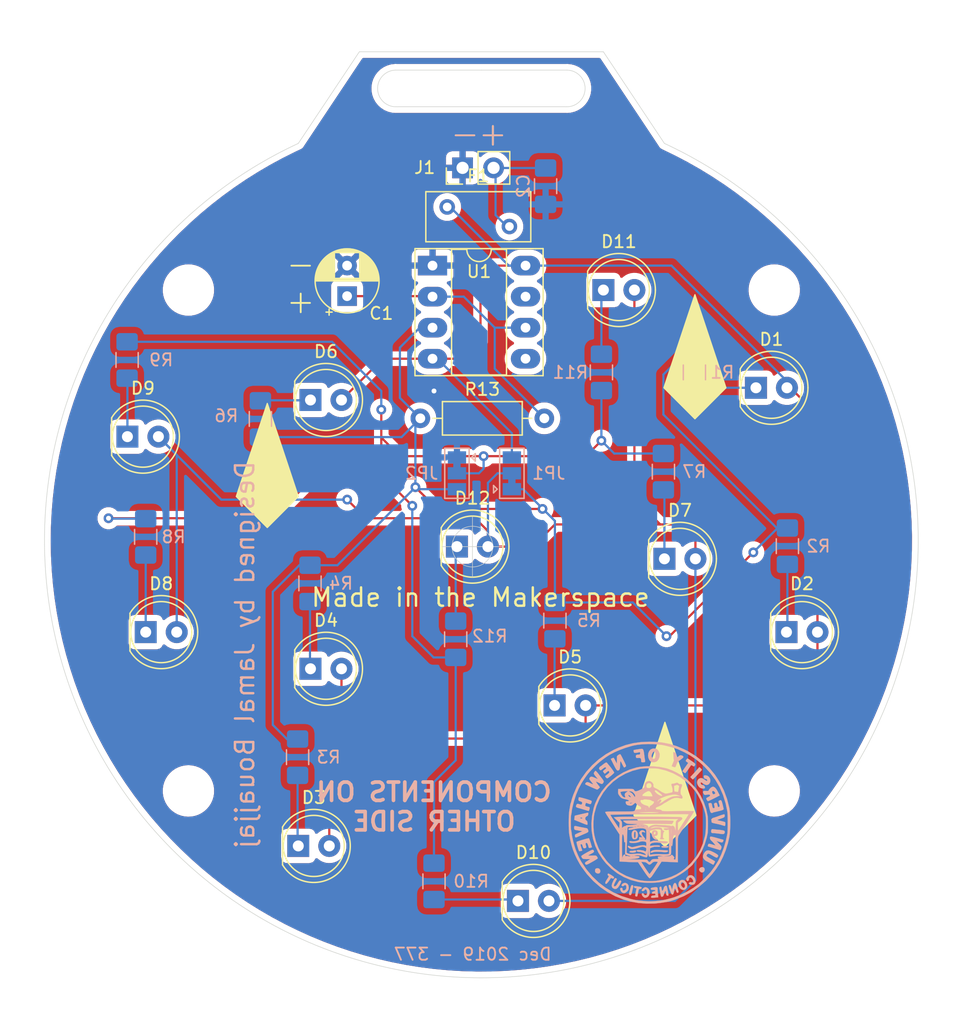
<source format=kicad_pcb>
(kicad_pcb (version 20190905) (host pcbnew "(5.99.0-126-g64b5e8bee)")
  (layers (0 "F.Cu" signal) (31 "B.Cu" signal) (34 "B.Paste" user hide) (35 "F.Paste" user hide) (36 "B.SilkS" user) (37 "F.SilkS" user) (38 "B.Mask" user) (39 "F.Mask" user) (44 "Edge.Cuts" user))
  (net 0 "")
  (net 1 "GND")
  (net 2 "Net-(C1-Pad1)")
  (net 3 "VCC")
  (net 4 "Net-(D1-Pad1)")
  (net 5 "Net-(D2-Pad1)")
  (net 6 "Net-(D3-Pad1)")
  (net 7 "Net-(D4-Pad1)")
  (net 8 "Net-(D5-Pad1)")
  (net 9 "Net-(D6-Pad1)")
  (net 10 "Net-(D7-Pad1)")
  (net 11 "Net-(D8-Pad1)")
  (net 12 "Net-(JP1-Pad1)")
  (net 13 "Net-(JP2-Pad2)")
  (net 14 "Net-(D10-Pad2)")
  (net 15 "Net-(D9-Pad1)")
  (net 16 "Net-(D10-Pad1)")
  (net 17 "Net-(D11-Pad1)")
  (net 18 "Net-(D12-Pad1)")
  (net 19 "Net-(C2-Pad1)")
  (module "Fuse:Fuse_BelFuse_0ZRE0005FF_L8.3mm_W3.8mm" (layer "F.Cu") (at 72.2 65.2)
    (fp_text reference "F1" (at 2.54 -2.54) (layer "F.SilkS"))
    (fp_text value "Polyfuse")
    (pad "1" thru_hole circle (at 0 0) (size 1.27 1.27) (drill 0.71) (layers *.Cu *.Mask) (net 3 "VCC"))
    (pad "2" thru_hole circle (at 5.1 1.6) (size 1.27 1.27) (drill 0.71) (layers *.Cu *.Mask) (net 19 "Net-(C2-Pad1)"))
  )
  (module "Capacitor_SMD:C_1206_3216Metric_Pad1.42x1.75mm_HandSolder" (layer "B.Cu") (at 80.264 63.5 270)
    (fp_text reference "C2" (at 0 1.82 90) (layer "B.SilkS") (effects (justify mirror)))
    (fp_text value "1uF")
    (pad "2" smd roundrect (at 1.4875 0 270) (size 1.425 1.75) (layers "B.Cu" "B.Paste" "B.Mask") (roundrect_rratio 0.175439) (net 1 "GND"))
    (pad "1" smd roundrect (at -1.4875 0 270) (size 1.425 1.75) (layers "B.Cu" "B.Paste" "B.Mask") (roundrect_rratio 0.175439) (net 19 "Net-(C2-Pad1)"))
  )
  (module "Logo:UNH 13.4x13.4" (layer "B.Cu") (at 88.773 115.57 180)
    (fp_text reference "G***" hide)
    (fp_text value "LOGO" hide)
  )
  (module "Resistor_SMD:R_1206_3216Metric_Pad1.42x1.75mm_HandSolder" (layer "B.Cu") (at 72.898 100.584 270)
    (fp_text reference "R12" (at -0.254 -2.794 180) (layer "B.SilkS") (effects (justify mirror)))
    (fp_text value "68")
    (pad "2" smd roundrect (at 1.4875 0 270) (size 1.425 1.75) (layers "B.Cu" "B.Paste" "B.Mask") (roundrect_rratio 0.175439) (net 13 "Net-(JP2-Pad2)"))
    (pad "1" smd roundrect (at -1.4875 0 270) (size 1.425 1.75) (layers "B.Cu" "B.Paste" "B.Mask") (roundrect_rratio 0.175439) (net 18 "Net-(D12-Pad1)"))
  )
  (module "Resistor_SMD:R_1206_3216Metric_Pad1.42x1.75mm_HandSolder" (layer "B.Cu") (at 84.836 78.74 270)
    (fp_text reference "R11" (at 0 2.54 180) (layer "B.SilkS") (effects (justify mirror)))
    (fp_text value "68")
    (pad "2" smd roundrect (at 1.4875 0 270) (size 1.425 1.75) (layers "B.Cu" "B.Paste" "B.Mask") (roundrect_rratio 0.175439) (net 13 "Net-(JP2-Pad2)"))
    (pad "1" smd roundrect (at -1.4875 0 270) (size 1.425 1.75) (layers "B.Cu" "B.Paste" "B.Mask") (roundrect_rratio 0.175439) (net 17 "Net-(D11-Pad1)"))
  )
  (module "Resistor_SMD:R_1206_3216Metric_Pad1.42x1.75mm_HandSolder" (layer "B.Cu") (at 71.12 120.396 90)
    (fp_text reference "R10" (at 0 3.048 180) (layer "B.SilkS") (effects (justify mirror)))
    (fp_text value "68")
    (pad "2" smd roundrect (at 1.4875 0 90) (size 1.425 1.75) (layers "B.Cu" "B.Paste" "B.Mask") (roundrect_rratio 0.175439) (net 13 "Net-(JP2-Pad2)"))
    (pad "1" smd roundrect (at -1.4875 0 90) (size 1.425 1.75) (layers "B.Cu" "B.Paste" "B.Mask") (roundrect_rratio 0.175439) (net 16 "Net-(D10-Pad1)"))
  )
  (module "Resistor_SMD:R_1206_3216Metric_Pad1.42x1.75mm_HandSolder" (layer "B.Cu") (at 45.974 77.724 90)
    (fp_text reference "R9" (at 0 2.794 180) (layer "B.SilkS") (effects (justify mirror)))
    (fp_text value "68")
    (pad "2" smd roundrect (at 1.4875 0 90) (size 1.425 1.75) (layers "B.Cu" "B.Paste" "B.Mask") (roundrect_rratio 0.175439) (net 13 "Net-(JP2-Pad2)"))
    (pad "1" smd roundrect (at -1.4875 0 90) (size 1.425 1.75) (layers "B.Cu" "B.Paste" "B.Mask") (roundrect_rratio 0.175439) (net 15 "Net-(D9-Pad1)"))
  )
  (module "Resistor_SMD:R_1206_3216Metric_Pad1.42x1.75mm_HandSolder" (layer "B.Cu") (at 47.498 92.202 90)
    (fp_text reference "R8" (at 0 2.286 180) (layer "B.SilkS") (effects (justify mirror)))
    (fp_text value "68")
    (pad "2" smd roundrect (at 1.4875 0 90) (size 1.425 1.75) (layers "B.Cu" "B.Paste" "B.Mask") (roundrect_rratio 0.175439) (net 13 "Net-(JP2-Pad2)"))
    (pad "1" smd roundrect (at -1.4875 0 90) (size 1.425 1.75) (layers "B.Cu" "B.Paste" "B.Mask") (roundrect_rratio 0.175439) (net 11 "Net-(D8-Pad1)"))
  )
  (module "Resistor_SMD:R_1206_3216Metric_Pad1.42x1.75mm_HandSolder" (layer "B.Cu") (at 89.916 86.868 90)
    (fp_text reference "R7" (at 0 2.54 180) (layer "B.SilkS") (effects (justify mirror)))
    (fp_text value "68")
    (pad "2" smd roundrect (at 1.4875 0 90) (size 1.425 1.75) (layers "B.Cu" "B.Paste" "B.Mask") (roundrect_rratio 0.175439) (net 13 "Net-(JP2-Pad2)"))
    (pad "1" smd roundrect (at -1.4875 0 90) (size 1.425 1.75) (layers "B.Cu" "B.Paste" "B.Mask") (roundrect_rratio 0.175439) (net 10 "Net-(D7-Pad1)"))
  )
  (module "Resistor_SMD:R_1206_3216Metric_Pad1.42x1.75mm_HandSolder" (layer "B.Cu") (at 56.896 82.55 270)
    (fp_text reference "R6" (at -0.254 2.794 180) (layer "B.SilkS") (effects (justify mirror)))
    (fp_text value "68")
    (pad "2" smd roundrect (at 1.4875 0 270) (size 1.425 1.75) (layers "B.Cu" "B.Paste" "B.Mask") (roundrect_rratio 0.175439) (net 12 "Net-(JP1-Pad1)"))
    (pad "1" smd roundrect (at -1.4875 0 270) (size 1.425 1.75) (layers "B.Cu" "B.Paste" "B.Mask") (roundrect_rratio 0.175439) (net 9 "Net-(D6-Pad1)"))
  )
  (module "Resistor_SMD:R_1206_3216Metric_Pad1.42x1.75mm_HandSolder" (layer "B.Cu") (at 81.026 99.06 90)
    (fp_text reference "R5" (at 0 2.794 180) (layer "B.SilkS") (effects (justify mirror)))
    (fp_text value "68")
    (pad "2" smd roundrect (at 1.4875 0 90) (size 1.425 1.75) (layers "B.Cu" "B.Paste" "B.Mask") (roundrect_rratio 0.175439) (net 12 "Net-(JP1-Pad1)"))
    (pad "1" smd roundrect (at -1.4875 0 90) (size 1.425 1.75) (layers "B.Cu" "B.Paste" "B.Mask") (roundrect_rratio 0.175439) (net 8 "Net-(D5-Pad1)"))
  )
  (module "Resistor_SMD:R_1206_3216Metric_Pad1.42x1.75mm_HandSolder" (layer "B.Cu") (at 60.96 96.012 90)
    (fp_text reference "R4" (at 0 2.54 180) (layer "B.SilkS") (effects (justify mirror)))
    (fp_text value "68")
    (pad "2" smd roundrect (at 1.4875 0 90) (size 1.425 1.75) (layers "B.Cu" "B.Paste" "B.Mask") (roundrect_rratio 0.175439) (net 12 "Net-(JP1-Pad1)"))
    (pad "1" smd roundrect (at -1.4875 0 90) (size 1.425 1.75) (layers "B.Cu" "B.Paste" "B.Mask") (roundrect_rratio 0.175439) (net 7 "Net-(D4-Pad1)"))
  )
  (module "Resistor_SMD:R_1206_3216Metric_Pad1.42x1.75mm_HandSolder" (layer "B.Cu") (at 59.944 110.236 90)
    (fp_text reference "R3" (at 0 2.54 180) (layer "B.SilkS") (effects (justify mirror)))
    (fp_text value "68")
    (pad "2" smd roundrect (at 1.4875 0 90) (size 1.425 1.75) (layers "B.Cu" "B.Paste" "B.Mask") (roundrect_rratio 0.175439) (net 12 "Net-(JP1-Pad1)"))
    (pad "1" smd roundrect (at -1.4875 0 90) (size 1.425 1.75) (layers "B.Cu" "B.Paste" "B.Mask") (roundrect_rratio 0.175439) (net 6 "Net-(D3-Pad1)"))
  )
  (module "Resistor_SMD:R_1206_3216Metric_Pad1.42x1.75mm_HandSolder" (layer "B.Cu") (at 100.076 92.964 90)
    (fp_text reference "R2" (at 0 2.54 180) (layer "B.SilkS") (effects (justify mirror)))
    (fp_text value "68")
    (pad "2" smd roundrect (at 1.4875 0 90) (size 1.425 1.75) (layers "B.Cu" "B.Paste" "B.Mask") (roundrect_rratio 0.175439) (net 12 "Net-(JP1-Pad1)"))
    (pad "1" smd roundrect (at -1.4875 0 90) (size 1.425 1.75) (layers "B.Cu" "B.Paste" "B.Mask") (roundrect_rratio 0.175439) (net 5 "Net-(D2-Pad1)"))
  )
  (module "Resistor_SMD:R_1206_3216Metric_Pad1.42x1.75mm_HandSolder" (layer "B.Cu") (at 92.456 78.74 90)
    (fp_text reference "R1" (at 0 2.286 180) (layer "B.SilkS") (effects (justify mirror)))
    (fp_text value "68")
    (pad "2" smd roundrect (at 1.4875 0 90) (size 1.425 1.75) (layers "B.Cu" "B.Paste" "B.Mask") (roundrect_rratio 0.175439) (net 12 "Net-(JP1-Pad1)"))
    (pad "1" smd roundrect (at -1.4875 0 90) (size 1.425 1.75) (layers "B.Cu" "B.Paste" "B.Mask") (roundrect_rratio 0.175439) (net 4 "Net-(D1-Pad1)"))
  )
  (module "LED_THT:LED_D5.0mm" (layer "F.Cu") (at 73 93)
    (fp_text reference "D12" (at 1.27 -3.96) (layer "F.SilkS"))
    (fp_text value "LED_ALT")
    (pad "2" thru_hole circle (at 2.54 0) (size 1.8 1.8) (drill 0.9) (layers *.Cu *.Mask) (net 14 "Net-(D10-Pad2)"))
    (pad "1" thru_hole rect (at 0 0) (size 1.8 1.8) (drill 0.9) (layers *.Cu *.Mask) (net 18 "Net-(D12-Pad1)"))
  )
  (module "LED_THT:LED_D5.0mm" (layer "F.Cu") (at 85 72)
    (fp_text reference "D11" (at 1.27 -3.96) (layer "F.SilkS"))
    (fp_text value "LED_ALT")
    (pad "2" thru_hole circle (at 2.54 0) (size 1.8 1.8) (drill 0.9) (layers *.Cu *.Mask) (net 14 "Net-(D10-Pad2)"))
    (pad "1" thru_hole rect (at 0 0) (size 1.8 1.8) (drill 0.9) (layers *.Cu *.Mask) (net 17 "Net-(D11-Pad1)"))
  )
  (module "LED_THT:LED_D5.0mm" (layer "F.Cu") (at 61 81)
    (fp_text reference "D6" (at 1.27 -3.96) (layer "F.SilkS"))
    (fp_text value "LED_ALT")
    (pad "2" thru_hole circle (at 2.54 0) (size 1.8 1.8) (drill 0.9) (layers *.Cu *.Mask) (net 3 "VCC"))
    (pad "1" thru_hole rect (at 0 0) (size 1.8 1.8) (drill 0.9) (layers *.Cu *.Mask) (net 9 "Net-(D6-Pad1)"))
  )
  (module "LED_THT:LED_D5.0mm" (layer "F.Cu") (at 81 106)
    (fp_text reference "D5" (at 1.27 -3.96) (layer "F.SilkS"))
    (fp_text value "LED_ALT")
    (pad "2" thru_hole circle (at 2.54 0) (size 1.8 1.8) (drill 0.9) (layers *.Cu *.Mask) (net 3 "VCC"))
    (pad "1" thru_hole rect (at 0 0) (size 1.8 1.8) (drill 0.9) (layers *.Cu *.Mask) (net 8 "Net-(D5-Pad1)"))
  )
  (module "MountingHole:MountingHole_3.2mm_M3_DIN965" (layer "F.Cu") (at 99 113)
    (fp_text reference "H4" hide)
    (fp_text value "M3 Mounting Hole")
    (pad "" np_thru_hole circle (at 0 0) (size 3.2 3.2) (drill 3.2) (layers *.Cu *.Mask "Dwgs.User"))
  )
  (module "MountingHole:MountingHole_3.2mm_M3_DIN965" (layer "F.Cu") (at 51 113)
    (fp_text reference "H3" hide)
    (fp_text value "M3 Mounting Hole")
    (pad "" np_thru_hole circle (at 0 0) (size 3.2 3.2) (drill 3.2) (layers *.Cu *.Mask "Dwgs.User"))
  )
  (module "MountingHole:MountingHole_3.2mm_M3_DIN965" (layer "F.Cu") (at 99 72)
    (fp_text reference "H2" hide)
    (fp_text value "M3 Mounting Hole")
    (pad "" np_thru_hole circle (at 0 0) (size 3.2 3.2) (drill 3.2) (layers *.Cu *.Mask "Dwgs.User"))
  )
  (module "MountingHole:MountingHole_3.2mm_M3_DIN965" (layer "F.Cu") (at 51 72)
    (fp_text reference "H1" hide)
    (fp_text value "M3 Mounting Hole")
    (pad "" np_thru_hole circle (at 0 0) (size 3.2 3.2) (drill 3.2) (layers *.Cu *.Mask "Dwgs.User"))
  )
  (module "Resistor_THT:R_Axial_DIN0207_L6.3mm_D2.5mm_P10.16mm_Horizontal" (layer "F.Cu") (at 70 82.5)
    (fp_text reference "R13" (at 5.08 -2.37) (layer "F.SilkS"))
    (fp_text value "R")
    (pad "2" thru_hole oval (at 10.16 0) (size 1.6 1.6) (drill 0.8) (layers *.Cu *.Mask) (net 2 "Net-(C1-Pad1)"))
    (pad "1" thru_hole circle (at 0 0) (size 1.6 1.6) (drill 0.8) (layers *.Cu *.Mask) (net 12 "Net-(JP1-Pad1)"))
  )
  (module "Jumper:SolderJumper-3_P1.3mm_Bridged12_Pad1.0x1.5mm" (layer "B.Cu") (at 73 87 270)
    (fp_text reference "JP2" (at 0 2.896 180) (layer "B.SilkS") (effects (justify mirror)))
    (fp_text value "SolderJumper_3_Bridged12")
    (fp_poly (pts (xy -0.9 0.3) (xy -0.4 0.3) (xy -0.4 -0.3) (xy -0.9 -0.3)) (layer "B.Cu") (width 0))
    (pad "2" smd rect (at 0 0 270) (size 1 1.5) (layers "B.Cu" "B.Mask") (net 13 "Net-(JP2-Pad2)"))
    (pad "3" smd rect (at 1.3 0 270) (size 1 1.5) (layers "B.Cu" "B.Mask") (net 12 "Net-(JP1-Pad1)"))
    (pad "1" smd rect (at -1.3 0 270) (size 1 1.5) (layers "B.Cu" "B.Mask") (net 1 "GND"))
  )
  (module "Jumper:SolderJumper-3_P1.3mm_Bridged12_Pad1.0x1.5mm" (layer "B.Cu") (at 77.5 87 90)
    (fp_text reference "JP1" (at 0 3.018 180) (layer "B.SilkS") (effects (justify mirror)))
    (fp_text value "SolderJumper_3_Bridged12")
    (fp_poly (pts (xy -0.9 0.3) (xy -0.4 0.3) (xy -0.4 -0.3) (xy -0.9 -0.3)) (layer "B.Cu") (width 0))
    (pad "2" smd rect (at 0 0 90) (size 1 1.5) (layers "B.Cu" "B.Mask") (net 14 "Net-(D10-Pad2)"))
    (pad "3" smd rect (at 1.3 0 90) (size 1 1.5) (layers "B.Cu" "B.Mask") (net 3 "VCC"))
    (pad "1" smd rect (at -1.3 0 90) (size 1 1.5) (layers "B.Cu" "B.Mask") (net 12 "Net-(JP1-Pad1)"))
  )
  (module "Connector_PinHeader_2.54mm:PinHeader_1x02_P2.54mm_Vertical" (layer "F.Cu") (at 73.46 62 90)
    (fp_text reference "J1" (at 0.024 -3.102 180) (layer "F.SilkS"))
    (fp_text value "Battery")
    (pad "2" thru_hole oval (at 0 2.54 90) (size 1.7 1.7) (drill 1) (layers *.Cu *.Mask) (net 19 "Net-(C2-Pad1)"))
    (pad "1" thru_hole rect (at 0 0 90) (size 1.7 1.7) (drill 1) (layers *.Cu *.Mask) (net 1 "GND"))
  )
  (module "Package_DIP:DIP-8_W7.62mm_Socket_LongPads" (layer "F.Cu") (at 71 70)
    (fp_text reference "U1" (at 3.81 0.485) (layer "F.SilkS"))
    (fp_text value "LM555")
    (pad "8" thru_hole oval (at 7.62 0) (size 2.4 1.6) (drill 0.8) (layers *.Cu *.Mask) (net 3 "VCC"))
    (pad "4" thru_hole oval (at 0 7.62) (size 2.4 1.6) (drill 0.8) (layers *.Cu *.Mask) (net 3 "VCC"))
    (pad "7" thru_hole oval (at 7.62 2.54) (size 2.4 1.6) (drill 0.8) (layers *.Cu *.Mask))
    (pad "3" thru_hole oval (at 0 5.08) (size 2.4 1.6) (drill 0.8) (layers *.Cu *.Mask) (net 12 "Net-(JP1-Pad1)"))
    (pad "6" thru_hole oval (at 7.62 5.08) (size 2.4 1.6) (drill 0.8) (layers *.Cu *.Mask) (net 2 "Net-(C1-Pad1)"))
    (pad "2" thru_hole oval (at 0 2.54) (size 2.4 1.6) (drill 0.8) (layers *.Cu *.Mask) (net 2 "Net-(C1-Pad1)"))
    (pad "5" thru_hole oval (at 7.62 7.62) (size 2.4 1.6) (drill 0.8) (layers *.Cu *.Mask))
    (pad "1" thru_hole rect (at 0 0) (size 2.4 1.6) (drill 0.8) (layers *.Cu *.Mask) (net 1 "GND"))
  )
  (module "LED_THT:LED_D5.0mm" (layer "F.Cu") (at 78 122)
    (fp_text reference "D10" (at 1.27 -3.96) (layer "F.SilkS"))
    (fp_text value "LED_ALT")
    (pad "2" thru_hole circle (at 2.54 0) (size 1.8 1.8) (drill 0.9) (layers *.Cu *.Mask) (net 14 "Net-(D10-Pad2)"))
    (pad "1" thru_hole rect (at 0 0) (size 1.8 1.8) (drill 0.9) (layers *.Cu *.Mask) (net 16 "Net-(D10-Pad1)"))
  )
  (module "LED_THT:LED_D5.0mm" (layer "F.Cu") (at 46 84)
    (fp_text reference "D9" (at 1.27 -3.96) (layer "F.SilkS"))
    (fp_text value "LED_ALT")
    (pad "2" thru_hole circle (at 2.54 0) (size 1.8 1.8) (drill 0.9) (layers *.Cu *.Mask) (net 14 "Net-(D10-Pad2)"))
    (pad "1" thru_hole rect (at 0 0) (size 1.8 1.8) (drill 0.9) (layers *.Cu *.Mask) (net 15 "Net-(D9-Pad1)"))
  )
  (module "LED_THT:LED_D5.0mm" (layer "F.Cu") (at 47.5 100)
    (fp_text reference "D8" (at 1.27 -3.96) (layer "F.SilkS"))
    (fp_text value "LED_ALT")
    (pad "2" thru_hole circle (at 2.54 0) (size 1.8 1.8) (drill 0.9) (layers *.Cu *.Mask) (net 14 "Net-(D10-Pad2)"))
    (pad "1" thru_hole rect (at 0 0) (size 1.8 1.8) (drill 0.9) (layers *.Cu *.Mask) (net 11 "Net-(D8-Pad1)"))
  )
  (module "LED_THT:LED_D5.0mm" (layer "F.Cu") (at 90 94)
    (fp_text reference "D7" (at 1.27 -3.96) (layer "F.SilkS"))
    (fp_text value "LED_ALT")
    (pad "2" thru_hole circle (at 2.54 0) (size 1.8 1.8) (drill 0.9) (layers *.Cu *.Mask) (net 14 "Net-(D10-Pad2)"))
    (pad "1" thru_hole rect (at 0 0) (size 1.8 1.8) (drill 0.9) (layers *.Cu *.Mask) (net 10 "Net-(D7-Pad1)"))
  )
  (module "LED_THT:LED_D5.0mm" (layer "F.Cu") (at 61 103)
    (fp_text reference "D4" (at 1.27 -3.96) (layer "F.SilkS"))
    (fp_text value "LED_ALT")
    (pad "2" thru_hole circle (at 2.54 0) (size 1.8 1.8) (drill 0.9) (layers *.Cu *.Mask) (net 3 "VCC"))
    (pad "1" thru_hole rect (at 0 0) (size 1.8 1.8) (drill 0.9) (layers *.Cu *.Mask) (net 7 "Net-(D4-Pad1)"))
  )
  (module "LED_THT:LED_D5.0mm" (layer "F.Cu") (at 60 117.5)
    (fp_text reference "D3" (at 1.27 -3.96) (layer "F.SilkS"))
    (fp_text value "LED_ALT")
    (pad "2" thru_hole circle (at 2.54 0) (size 1.8 1.8) (drill 0.9) (layers *.Cu *.Mask) (net 3 "VCC"))
    (pad "1" thru_hole rect (at 0 0) (size 1.8 1.8) (drill 0.9) (layers *.Cu *.Mask) (net 6 "Net-(D3-Pad1)"))
  )
  (module "LED_THT:LED_D5.0mm" (layer "F.Cu") (at 100 100)
    (fp_text reference "D2" (at 1.27 -3.96) (layer "F.SilkS"))
    (fp_text value "LED_ALT")
    (pad "2" thru_hole circle (at 2.54 0) (size 1.8 1.8) (drill 0.9) (layers *.Cu *.Mask) (net 3 "VCC"))
    (pad "1" thru_hole rect (at 0 0) (size 1.8 1.8) (drill 0.9) (layers *.Cu *.Mask) (net 5 "Net-(D2-Pad1)"))
  )
  (module "LED_THT:LED_D5.0mm" (layer "F.Cu") (at 97.5 80)
    (fp_text reference "D1" (at 1.27 -3.96) (layer "F.SilkS"))
    (fp_text value "LED_ALT")
    (pad "2" thru_hole circle (at 2.54 0) (size 1.8 1.8) (drill 0.9) (layers *.Cu *.Mask) (net 3 "VCC"))
    (pad "1" thru_hole rect (at 0 0) (size 1.8 1.8) (drill 0.9) (layers *.Cu *.Mask) (net 4 "Net-(D1-Pad1)"))
  )
  (module "Capacitor_THT:CP_Radial_D5.0mm_P2.50mm" (layer "F.Cu") (at 64 72.5 90)
    (fp_text reference "C1" (at -1.414 2.802 180) (layer "F.SilkS"))
    (fp_text value "C")
    (pad "2" thru_hole circle (at 2.5 0 90) (size 1.6 1.6) (drill 0.8) (layers *.Cu *.Mask) (net 1 "GND"))
    (pad "1" thru_hole rect (at 0 0 90) (size 1.6 1.6) (drill 0.8) (layers *.Cu *.Mask) (net 2 "Net-(C1-Pad1)"))
  )
  (target plus (at 74.27 93) (size 5) (width 0.05) (layer "Edge.Cuts"))
  (gr_text "COMPONENTS ON\nOTHER SIDE" (at 71.12 114.3) (layer "B.SilkS") (effects (font (size 1.5 1.5) (thickness 0.3)) (justify mirror)))
  (gr_text "+" (at 75.946 59.182) (layer "B.SilkS") (effects (font (size 2 2)) (justify mirror)))
  (gr_text "-" (at 73.66 59.182) (layer "B.SilkS") (effects (font (size 2 2)) (justify mirror)))
  (gr_text "-" (at 60.198 69.85) (layer "F.SilkS") (effects (font (size 2 2)) (justify mirror)))
  (gr_text "+" (at 60.198 72.898) (layer "F.SilkS") (effects (font (size 2 2)) (justify mirror)))
  (gr_text "-" (at 73.66 59.182) (layer "F.SilkS") (effects (font (size 2 2)) (justify mirror)))
  (gr_text "+" (at 75.946 59.182) (layer "F.SilkS") (effects (font (size 2 2)) (justify mirror)))
  (gr_text "Made in the Makerspace" (at 74.93 97.155) (layer "F.SilkS") (effects (font (size 1.5 1.5) (thickness 0.2))))
  (gr_text "Designed by Jamal Bouajjaj" (at 55.626 101.854 90) (layer "B.SilkS") (effects (font (size 1.5 1.5) (thickness 0.2)) (justify mirror)))
  (gr_text "Dec 2019 - 377" (at 74.295 126.365) (layer "B.SilkS") (effects (font (size 1 1)) (justify mirror)))
  (gr_arc (start 75 92.5) (end 60.000001 60.000001) (angle -310.4497182) (layer "Edge.Cuts") (width 0.05))
  (gr_line (start 75 57) (end 82 57) (layer "Edge.Cuts") (width 0.05))
  (gr_arc (start 68 55.5) (end 68 54) (angle -180) (layer "Edge.Cuts") (width 0.05))
  (gr_line (start 82 54) (end 75 54) (layer "Edge.Cuts") (width 0.05))
  (gr_arc (start 82 55.5) (end 82 57) (angle -180) (layer "Edge.Cuts") (width 0.05))
  (gr_line (start 75 54) (end 68 54) (layer "Edge.Cuts") (width 0.05))
  (gr_line (start 68 57) (end 75 57) (layer "Edge.Cuts") (width 0.05))
  (gr_line (start 85 52.5) (end 90 60.000001) (layer "Edge.Cuts") (width 0.05))
  (gr_line (start 65 52.5) (end 85 52.5) (layer "Edge.Cuts") (width 0.05))
  (gr_line (start 60.000001 60.000001) (end 65 52.5) (layer "Edge.Cuts") (width 0.05))
  (gr_poly (pts (xy 57.46 88.9) (xy 60 88.9) (xy 57.46 81.28) (xy 54.92 88.9) (xy 57.46 91.44) (xy 60 88.9)) (layer "F.SilkS") (width 0.1))
  (gr_poly (pts (xy 92.5 80) (xy 95.04 80) (xy 92.5 72.38) (xy 89.96 80) (xy 92.5 82.54) (xy 95.04 80)) (layer "F.SilkS") (width 0.1))
  (gr_poly (pts (xy 90.04 115) (xy 92.58 115) (xy 90.04 107.38) (xy 87.5 115) (xy 90.04 117.54) (xy 92.58 115)) (layer "F.SilkS") (width 0.1))
  (segment (start 80.264 62.0125) (end 76.0125 62.0125) (width 0.18) (layer "B.Cu") (net 19))
  (segment (start 76.0125 62.0125) (end 76 62) (width 0.18) (layer "B.Cu") (net 19))
  (segment (start 56.896 84.0375) (end 68.4625 84.0375) (width 0.18) (layer "B.Cu") (net 12))
  (segment (start 68.4625 84.0375) (end 70 82.5) (width 0.18) (layer "B.Cu") (net 12))
  (segment (start 70 82.5) (end 69.596 82.904) (width 0.18) (layer "B.Cu") (net 12))
  (segment (start 69.596 82.904) (end 69.596 88.138) (width 0.18) (layer "B.Cu") (net 12))
  (segment (start 69.758 88.3) (end 69.596 88.138) (width 0.18) (layer "B.Cu") (net 12))
  (segment (start 60.96 94.5245) (end 63.2095 94.5245) (width 0.18) (layer "B.Cu") (net 12))
  (segment (start 63.2095 94.5245) (end 69.196001 88.537999) (width 0.18) (layer "B.Cu") (net 12))
  (segment (start 80.01 89.916) (end 71.374 89.916) (width 0.18) (layer "F.Cu") (net 12))
  (segment (start 71.374 89.916) (end 69.995999 88.537999) (width 0.18) (layer "F.Cu") (net 12))
  (segment (start 69.995999 88.537999) (end 69.596 88.138) (width 0.18) (layer "F.Cu") (net 12))
  (segment (start 73 88.3) (end 69.758 88.3) (width 0.18) (layer "B.Cu") (net 12))
  (segment (start 69.196001 88.537999) (end 69.596 88.138) (width 0.18) (layer "B.Cu") (net 12))
  (via (at 69.596 88.138) (size 0.8) (drill 0.4) (layers "F.Cu" "B.Cu") (net 12))
  (segment (start 64.008 89.154) (end 53.694 89.154) (width 0.18) (layer "B.Cu") (net 14))
  (segment (start 53.694 89.154) (end 48.54 84) (width 0.18) (layer "B.Cu") (net 14))
  (segment (start 45.974 76.2365) (end 62.7745 76.2365) (width 0.18) (layer "B.Cu") (net 13))
  (segment (start 62.7745 76.2365) (end 65.024 78.486) (width 0.18) (layer "B.Cu") (net 13))
  (segment (start 71.12 121.8835) (end 77.8835 121.8835) (width 0.18) (layer "B.Cu") (net 16))
  (segment (start 77.8835 121.8835) (end 78 122) (width 0.18) (layer "B.Cu") (net 16))
  (segment (start 72.898 110.49) (end 71.12 112.268) (width 0.18) (layer "B.Cu") (net 13))
  (segment (start 72.898 102.0715) (end 72.898 110.49) (width 0.18) (layer "B.Cu") (net 13))
  (segment (start 71.12 112.268) (end 71.12 112.522) (width 0.18) (layer "B.Cu") (net 13))
  (segment (start 71.12 112.522) (end 71.12 118.9085) (width 0.18) (layer "B.Cu") (net 13))
  (segment (start 90.424 100.33) (end 90.17 100.33) (width 0.18) (layer "F.Cu") (net 12))
  (segment (start 97.282 93.472) (end 90.424 100.33) (width 0.18) (layer "F.Cu") (net 12))
  (segment (start 87.4125 97.5725) (end 90.17 100.33) (width 0.18) (layer "B.Cu") (net 12))
  (segment (start 81.026 97.5725) (end 87.4125 97.5725) (width 0.18) (layer "B.Cu") (net 12))
  (via (at 90.17 100.33) (size 0.8) (drill 0.4) (layers "F.Cu" "B.Cu") (net 12))
  (segment (start 92.54 94) (end 92.54 120.312) (width 0.18) (layer "B.Cu") (net 14))
  (segment (start 73 82.144) (end 71.12 80.264) (width 0.18) (layer "B.Cu") (net 1))
  (segment (start 73 85.7) (end 73 82.144) (width 0.18) (layer "B.Cu") (net 1))
  (via (at 71.12 80.264) (size 0.8) (drill 0.4) (layers "F.Cu" "B.Cu") (net 1))
  (via (at 80.01 89.916) (size 0.8) (drill 0.4) (layers "F.Cu" "B.Cu") (net 12))
  (segment (start 66.802 85.598) (end 66.802 87.122) (width 0.18) (layer "F.Cu") (net 13))
  (segment (start 66.802 84.074) (end 66.802 85.598) (width 0.18) (layer "F.Cu") (net 13))
  (segment (start 61.468 87.122) (end 65.278 87.122) (width 0.18) (layer "F.Cu") (net 13))
  (segment (start 65.278 87.122) (end 66.802 85.598) (width 0.18) (layer "F.Cu") (net 13))
  (segment (start 57.912 90.678) (end 61.468 87.122) (width 0.18) (layer "F.Cu") (net 13))
  (segment (start 44.45 90.678) (end 57.912 90.678) (width 0.18) (layer "F.Cu") (net 13))
  (segment (start 44.4865 90.7145) (end 44.45 90.678) (width 0.18) (layer "B.Cu") (net 13))
  (segment (start 47.498 90.7145) (end 44.4865 90.7145) (width 0.18) (layer "B.Cu") (net 13))
  (via (at 44.45 90.678) (size 0.8) (drill 0.4) (layers "F.Cu" "B.Cu") (net 13))
  (segment (start 69.342 100.33) (end 71.0835 102.0715) (width 0.18) (layer "B.Cu") (net 13))
  (segment (start 71.0835 102.0715) (end 72.898 102.0715) (width 0.18) (layer "B.Cu") (net 13))
  (segment (start 69.342 89.662) (end 69.342 100.33) (width 0.18) (layer "B.Cu") (net 13))
  (segment (start 66.802 87.122) (end 69.342 89.662) (width 0.18) (layer "F.Cu") (net 13))
  (via (at 69.342 89.662) (size 0.8) (drill 0.4) (layers "F.Cu" "B.Cu") (net 13))
  (segment (start 99.2775 91.4765) (end 97.79 92.964) (width 0.18) (layer "B.Cu") (net 12))
  (segment (start 100.076 91.4765) (end 99.2775 91.4765) (width 0.18) (layer "B.Cu") (net 12))
  (segment (start 97.79 92.964) (end 97.282 93.472) (width 0.18) (layer "B.Cu") (net 12))
  (via (at 97.282 93.472) (size 0.8) (drill 0.4) (layers "F.Cu" "B.Cu") (net 12))
  (segment (start 89.916 82.1915) (end 99.201 91.4765) (width 0.18) (layer "B.Cu") (net 12))
  (segment (start 89.916 78.9175) (end 89.916 82.1915) (width 0.18) (layer "B.Cu") (net 12))
  (segment (start 99.201 91.4765) (end 100.076 91.4765) (width 0.18) (layer "B.Cu") (net 12))
  (segment (start 92.456 77.2525) (end 91.581 77.2525) (width 0.18) (layer "B.Cu") (net 12))
  (segment (start 91.581 77.2525) (end 89.916 78.9175) (width 0.18) (layer "B.Cu") (net 12))
  (segment (start 57.912 107.5915) (end 57.912 96.6975) (width 0.18) (layer "B.Cu") (net 12))
  (segment (start 57.912 96.6975) (end 60.085 94.5245) (width 0.18) (layer "B.Cu") (net 12))
  (segment (start 60.085 94.5245) (end 60.96 94.5245) (width 0.18) (layer "B.Cu") (net 12))
  (segment (start 59.944 108.7485) (end 59.069 108.7485) (width 0.18) (layer "B.Cu") (net 12))
  (segment (start 59.069 108.7485) (end 57.912 107.5915) (width 0.18) (layer "B.Cu") (net 12))
  (segment (start 66.802 84.074) (end 68.326 85.598) (width 0.18) (layer "F.Cu") (net 13))
  (segment (start 68.326 85.598) (end 75.184 85.598) (width 0.18) (layer "F.Cu") (net 13))
  (segment (start 66.802 81.788) (end 66.802 84.074) (width 0.18) (layer "F.Cu") (net 13))
  (segment (start 66.802 80.264) (end 66.802 81.788) (width 0.18) (layer "B.Cu") (net 13))
  (segment (start 65.024 78.486) (end 66.802 80.264) (width 0.18) (layer "B.Cu") (net 13))
  (via (at 66.802 81.788) (size 0.8) (drill 0.4) (layers "F.Cu" "B.Cu") (net 13))
  (segment (start 68.326 80.826) (end 68.326 76.708) (width 0.18) (layer "B.Cu") (net 12))
  (segment (start 70 82.5) (end 68.326 80.826) (width 0.18) (layer "B.Cu") (net 12))
  (segment (start 68.326 76.708) (end 69.954 75.08) (width 0.18) (layer "B.Cu") (net 12))
  (segment (start 69.954 75.08) (end 71 75.08) (width 0.18) (layer "B.Cu") (net 12))
  (segment (start 84.836 84.328) (end 85.8885 85.3805) (width 0.18) (layer "B.Cu") (net 13))
  (segment (start 85.8885 85.3805) (end 89.916 85.3805) (width 0.18) (layer "B.Cu") (net 13))
  (segment (start 84.836 84.328) (end 84.836 80.2275) (width 0.18) (layer "B.Cu") (net 13))
  (segment (start 83.566 85.598) (end 84.836 84.328) (width 0.18) (layer "F.Cu") (net 13))
  (via (at 84.836 84.328) (size 0.8) (drill 0.4) (layers "F.Cu" "B.Cu") (net 13))
  (segment (start 75.184 85.598) (end 83.566 85.598) (width 0.18) (layer "F.Cu") (net 13))
  (segment (start 75.184 86.614) (end 75.184 85.598) (width 0.18) (layer "B.Cu") (net 13))
  (via (at 75.184 85.598) (size 0.8) (drill 0.4) (layers "F.Cu" "B.Cu") (net 13))
  (segment (start 74.798 87) (end 75.184 86.614) (width 0.18) (layer "B.Cu") (net 13))
  (segment (start 73 87) (end 74.798 87) (width 0.18) (layer "B.Cu") (net 13))
  (segment (start 77.5 88.3) (end 78.43 88.3) (width 0.18) (layer "B.Cu") (net 12))
  (segment (start 78.43 88.3) (end 81.026 90.896) (width 0.18) (layer "B.Cu") (net 12))
  (segment (start 81.026 90.896) (end 81.026 96.86) (width 0.18) (layer "B.Cu") (net 12))
  (segment (start 81.026 96.86) (end 81.026 97.5725) (width 0.18) (layer "B.Cu") (net 12))
  (segment (start 84.836 77.2525) (end 84.836 72.164) (width 0.18) (layer "B.Cu") (net 17))
  (segment (start 84.836 72.164) (end 85 72) (width 0.18) (layer "B.Cu") (net 17))
  (segment (start 97.5 80) (end 92.6835 80) (width 0.18) (layer "B.Cu") (net 4))
  (segment (start 92.6835 80) (end 92.456 80.2275) (width 0.18) (layer "B.Cu") (net 4))
  (segment (start 100.076 94.4515) (end 100.076 99.924) (width 0.18) (layer "B.Cu") (net 5))
  (segment (start 100.076 99.924) (end 100 100) (width 0.18) (layer "B.Cu") (net 5))
  (segment (start 90 94) (end 90 88.4395) (width 0.18) (layer "B.Cu") (net 10))
  (segment (start 90 88.4395) (end 89.916 88.3555) (width 0.18) (layer "B.Cu") (net 10))
  (segment (start 81 106) (end 81 100.5735) (width 0.18) (layer "B.Cu") (net 8))
  (segment (start 81 100.5735) (end 81.026 100.5475) (width 0.18) (layer "B.Cu") (net 8))
  (segment (start 72.898 99.0965) (end 72.898 93.102) (width 0.18) (layer "B.Cu") (net 18))
  (segment (start 72.898 93.102) (end 73 93) (width 0.18) (layer "B.Cu") (net 18))
  (segment (start 60.96 97.4995) (end 60.96 102.96) (width 0.18) (layer "B.Cu") (net 7))
  (segment (start 60.96 102.96) (end 61 103) (width 0.18) (layer "B.Cu") (net 7))
  (segment (start 57.1135 81.026) (end 60.974 81.026) (width 0.18) (layer "B.Cu") (net 9))
  (segment (start 60.974 81.026) (end 61 81) (width 0.18) (layer "B.Cu") (net 9))
  (segment (start 46 84) (end 46 78.7295) (width 0.18) (layer "B.Cu") (net 15))
  (segment (start 47.498 93.6895) (end 47.498 99.998) (width 0.18) (layer "B.Cu") (net 11))
  (segment (start 47.498 99.998) (end 47.5 100) (width 0.18) (layer "B.Cu") (net 11))
  (segment (start 59.944 111.7235) (end 59.944 117.444) (width 0.18) (layer "B.Cu") (net 6))
  (segment (start 59.944 117.444) (end 60 117.5) (width 0.18) (layer "B.Cu") (net 6))
  (segment (start 77.92 121.92) (end 78 122) (width 0.18) (layer "B.Cu") (net 16))
  (segment (start 71 72.54) (end 73.556 72.54) (width 0.18) (layer "B.Cu") (net 2))
  (segment (start 76.096 75.08) (end 78.62 75.08) (width 0.18) (layer "B.Cu") (net 2))
  (segment (start 73.556 72.54) (end 76.096 75.08) (width 0.18) (layer "B.Cu") (net 2))
  (segment (start 76.096 78.436) (end 76.096 75.08) (width 0.18) (layer "B.Cu") (net 2))
  (segment (start 80.16 82.5) (end 76.096 78.436) (width 0.18) (layer "B.Cu") (net 2))
  (segment (start 70.96 72.5) (end 71 72.54) (width 0.18) (layer "F.Cu") (net 2))
  (segment (start 64 72.5) (end 70.96 72.5) (width 0.18) (layer "F.Cu") (net 2))
  (segment (start 73.51 77.62) (end 71 77.62) (width 0.18) (layer "F.Cu") (net 3))
  (segment (start 74.93 76.2) (end 73.51 77.62) (width 0.18) (layer "F.Cu") (net 3))
  (segment (start 74.93 71.12) (end 74.93 76.2) (width 0.18) (layer "F.Cu") (net 3))
  (segment (start 78.62 70) (end 76.05 70) (width 0.18) (layer "F.Cu") (net 3))
  (segment (start 76.05 70) (end 74.93 71.12) (width 0.18) (layer "F.Cu") (net 3))
  (segment (start 99.994 106) (end 83.54 106) (width 0.18) (layer "F.Cu") (net 3))
  (segment (start 102.54 100) (end 102.54 103.454) (width 0.18) (layer "F.Cu") (net 3))
  (segment (start 102.54 103.454) (end 99.994 106) (width 0.18) (layer "F.Cu") (net 3))
  (segment (start 102.54 82.22) (end 102.54 100) (width 0.18) (layer "F.Cu") (net 3))
  (segment (start 100.04 80) (end 100.32 80) (width 0.18) (layer "F.Cu") (net 3))
  (segment (start 100.32 80) (end 102.54 82.22) (width 0.18) (layer "F.Cu") (net 3))
  (segment (start 83.54 106) (end 83.54 107.722) (width 0.18) (layer "F.Cu") (net 3))
  (segment (start 83.54 107.722) (end 82.55 108.712) (width 0.18) (layer "F.Cu") (net 3))
  (segment (start 82.55 108.712) (end 66.04 108.712) (width 0.18) (layer "F.Cu") (net 3))
  (segment (start 66.04 108.712) (end 63.627 106.299) (width 0.18) (layer "F.Cu") (net 3))
  (segment (start 63.54 105.878) (end 63.54 103) (width 0.18) (layer "F.Cu") (net 3))
  (segment (start 63.627 106.299) (end 63.54 106.212) (width 0.18) (layer "F.Cu") (net 3))
  (segment (start 63.54 106.212) (end 63.54 105.878) (width 0.18) (layer "F.Cu") (net 3))
  (segment (start 62.54 107.212) (end 62.54 117.5) (width 0.18) (layer "F.Cu") (net 3))
  (segment (start 63.54 106.212) (end 62.54 107.212) (width 0.18) (layer "F.Cu") (net 3))
  (segment (start 71.4 77.62) (end 71 77.62) (width 0.18) (layer "B.Cu") (net 3))
  (segment (start 77.5 83.72) (end 71.4 77.62) (width 0.18) (layer "B.Cu") (net 3))
  (segment (start 77.5 85.7) (end 77.5 83.72) (width 0.18) (layer "B.Cu") (net 3))
  (segment (start 66.92 77.62) (end 63.54 81) (width 0.18) (layer "F.Cu") (net 3))
  (segment (start 71 77.62) (end 66.92 77.62) (width 0.18) (layer "F.Cu") (net 3))
  (segment (start 100.04 79.466) (end 100.04 80) (width 0.18) (layer "B.Cu") (net 3))
  (segment (start 78.62 70) (end 90.574 70) (width 0.18) (layer "B.Cu") (net 3))
  (segment (start 90.574 70) (end 100.04 79.466) (width 0.18) (layer "B.Cu") (net 3))
  (segment (start 77.5 87) (end 76.322 87) (width 0.18) (layer "B.Cu") (net 14))
  (segment (start 75.54 87.782) (end 75.54 93) (width 0.18) (layer "B.Cu") (net 14))
  (segment (start 76.322 87) (end 75.54 87.782) (width 0.18) (layer "B.Cu") (net 14))
  (segment (start 79.212 93) (end 75.54 93) (width 0.18) (layer "F.Cu") (net 14))
  (segment (start 81.026 91.186) (end 79.212 93) (width 0.18) (layer "F.Cu") (net 14))
  (segment (start 92.54 94) (end 92.54 92.286) (width 0.18) (layer "F.Cu") (net 14))
  (segment (start 92.54 92.286) (end 91.44 91.186) (width 0.18) (layer "F.Cu") (net 14))
  (segment (start 90.852 122) (end 80.54 122) (width 0.18) (layer "B.Cu") (net 14))
  (segment (start 92.54 120.312) (end 90.852 122) (width 0.18) (layer "B.Cu") (net 14))
  (segment (start 50.04 85.5) (end 50.04 100) (width 0.18) (layer "B.Cu") (net 14))
  (segment (start 48.54 84) (end 50.04 85.5) (width 0.18) (layer "B.Cu") (net 14))
  (segment (start 87.54 89.064) (end 89.662 91.186) (width 0.18) (layer "F.Cu") (net 14))
  (segment (start 87.54 72) (end 87.54 89.064) (width 0.18) (layer "F.Cu") (net 14))
  (segment (start 91.44 91.186) (end 89.662 91.186) (width 0.18) (layer "F.Cu") (net 14))
  (segment (start 89.662 91.186) (end 81.026 91.186) (width 0.18) (layer "F.Cu") (net 14))
  (segment (start 75.54 91.727208) (end 74.490792 90.678) (width 0.18) (layer "F.Cu") (net 14))
  (segment (start 75.54 93) (end 75.54 91.727208) (width 0.18) (layer "F.Cu") (net 14))
  (via (at 64.008 89.154) (size 0.8) (drill 0.4) (layers "F.Cu" "B.Cu") (net 14))
  (segment (start 74.490792 90.678) (end 65.532 90.678) (width 0.18) (layer "F.Cu") (net 14))
  (segment (start 65.532 90.678) (end 64.008 89.154) (width 0.18) (layer "F.Cu") (net 14))
  (segment (start 77.4 70) (end 78.62 70) (width 0.18) (layer "B.Cu") (net 3))
  (segment (start 73 85.7) (end 70.46 85.7) (width 0.18) (layer "B.Cu") (net 1))
  (segment (start 76.1635 65.8635) (end 77.3 67) (width 0.18) (layer "B.Cu") (net 19))
  (segment (start 76 62) (end 76.1635 62.1635) (width 0.18) (layer "B.Cu") (net 19))
  (segment (start 76.1635 62.1635) (end 76.1635 65.8635) (width 0.18) (layer "B.Cu") (net 19))
  (segment (start 72.44 65.2) (end 72.2 65.2) (width 0.18) (layer "B.Cu") (net 3))
  (segment (start 78.62 70) (end 77.24 70) (width 0.18) (layer "B.Cu") (net 3))
  (segment (start 77.24 70) (end 72.44 65.2) (width 0.18) (layer "B.Cu") (net 3))
  (zone (net 1) (net_name "GND") (layer "B.Cu") (connect_pads (clearance 0.508)) (min_thickness 0.254) (fill yes (thermal_gap 0.508) (thermal_bridge_width 0.508))
    (polygon (pts (xy 114.3 48.26) (xy 35.56 48.26) (xy 35.56 132.08) (xy 114.3 132.08)))
  )
  (zone (net 1) (net_name "GND") (layer "F.Cu") (connect_pads (clearance 0.508)) (min_thickness 0.254) (fill yes (thermal_gap 0.508) (thermal_bridge_width 0.508))
    (polygon (pts (xy 114.3 48.26) (xy 35.56 48.26) (xy 35.56 132.08) (xy 114.3 132.08)))
  )
)
</source>
